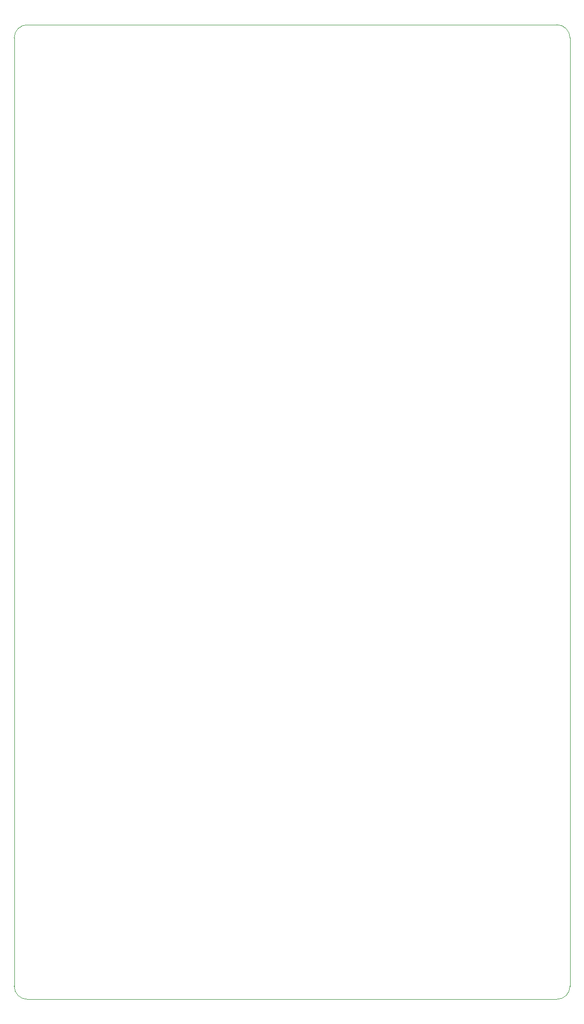
<source format=gbr>
%TF.GenerationSoftware,KiCad,Pcbnew,8.0.2*%
%TF.CreationDate,2024-05-14T20:54:04+07:00*%
%TF.ProjectId,HW.ACIM-PSU,48572e41-4349-44d2-9d50-53552e6b6963,0.0*%
%TF.SameCoordinates,Original*%
%TF.FileFunction,Profile,NP*%
%FSLAX46Y46*%
G04 Gerber Fmt 4.6, Leading zero omitted, Abs format (unit mm)*
G04 Created by KiCad (PCBNEW 8.0.2) date 2024-05-14 20:54:04*
%MOMM*%
%LPD*%
G01*
G04 APERTURE LIST*
%TA.AperFunction,Profile*%
%ADD10C,0.100000*%
%TD*%
G04 APERTURE END LIST*
D10*
X23117000Y-235884100D02*
G75*
G02*
X20867000Y-233634100I0J2250000D01*
G01*
X23117000Y-235884200D02*
X113617000Y-235884200D01*
X113617000Y-69484100D02*
G75*
G02*
X115867000Y-71734100I0J-2250000D01*
G01*
X113617000Y-69484100D02*
X23117000Y-69484100D01*
X20867000Y-71734100D02*
G75*
G02*
X23117000Y-69484100I2250000J0D01*
G01*
X115867000Y-233634100D02*
X115867000Y-71734100D01*
X115867000Y-233634200D02*
G75*
G02*
X113617000Y-235884200I-2250000J0D01*
G01*
X20867000Y-71734100D02*
X20867000Y-233634100D01*
M02*

</source>
